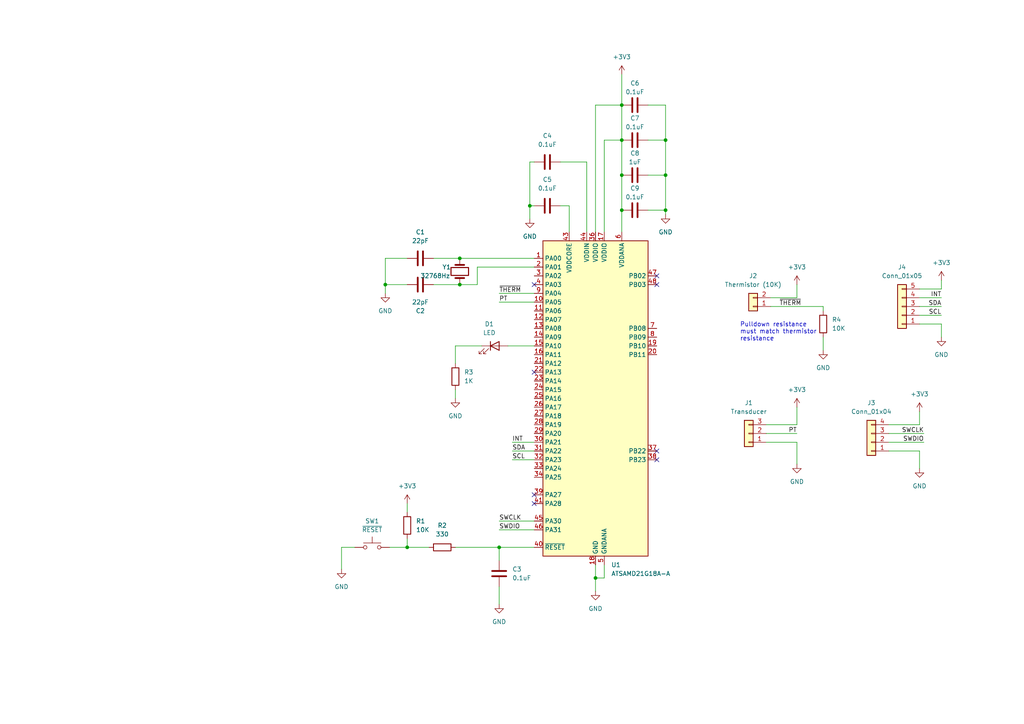
<source format=kicad_sch>
(kicad_sch (version 20211123) (generator eeschema)
  (paper "A4")
  (lib_symbols
    (symbol "Connector_Generic:Conn_01x02" (pin_names (offset 1.016) hide)
      (property "Reference" "J" (at 0 2.54 0))
      (property "Value" "Conn_01x02" (at 0 -5.08 0))
      (symbol "Conn_01x02_1_1"
        (rectangle (start -1.27 -2.413) (end 0 -2.667) (stroke (width 0.1524)))
        (rectangle (start -1.27 0.127) (end 0 -0.127) (stroke (width 0.1524)))
        (rectangle (start -1.27 1.27) (end 1.27 -3.81) (stroke (width 0.254)) (fill (type background)))
        (pin passive line (at -5.08 0 0) (length 3.81) (name "Pin_1") (number "1"))
        (pin passive line (at -5.08 -2.54 0) (length 3.81) (name "Pin_2") (number "2"))
      )
    )
    (symbol "Connector_Generic:Conn_01x03" (pin_names (offset 1.016) hide)
      (property "Reference" "J" (at 0 5.08 0))
      (property "Value" "Conn_01x03" (at 0 -5.08 0))
      (symbol "Conn_01x03_1_1"
        (rectangle (start -1.27 -2.413) (end 0 -2.667) (stroke (width 0.1524)))
        (rectangle (start -1.27 0.127) (end 0 -0.127) (stroke (width 0.1524)))
        (rectangle (start -1.27 2.667) (end 0 2.413) (stroke (width 0.1524)))
        (rectangle (start -1.27 3.81) (end 1.27 -3.81) (stroke (width 0.254)) (fill (type background)))
        (pin passive line (at -5.08 2.54 0) (length 3.81) (name "Pin_1") (number "1"))
        (pin passive line (at -5.08 0 0) (length 3.81) (name "Pin_2") (number "2"))
        (pin passive line (at -5.08 -2.54 0) (length 3.81) (name "Pin_3") (number "3"))
      )
    )
    (symbol "Connector_Generic:Conn_01x04" (pin_names (offset 1.016) hide)
      (property "Reference" "J" (at 0 5.08 0))
      (property "Value" "Conn_01x04" (at 0 -7.62 0))
      (symbol "Conn_01x04_1_1"
        (rectangle (start -1.27 -4.953) (end 0 -5.207) (stroke (width 0.1524)))
        (rectangle (start -1.27 -2.413) (end 0 -2.667) (stroke (width 0.1524)))
        (rectangle (start -1.27 0.127) (end 0 -0.127) (stroke (width 0.1524)))
        (rectangle (start -1.27 2.667) (end 0 2.413) (stroke (width 0.1524)))
        (rectangle (start -1.27 3.81) (end 1.27 -6.35) (stroke (width 0.254)) (fill (type background)))
        (pin passive line (at -5.08 2.54 0) (length 3.81) (name "Pin_1") (number "1"))
        (pin passive line (at -5.08 0 0) (length 3.81) (name "Pin_2") (number "2"))
        (pin passive line (at -5.08 -2.54 0) (length 3.81) (name "Pin_3") (number "3"))
        (pin passive line (at -5.08 -5.08 0) (length 3.81) (name "Pin_4") (number "4"))
      )
    )
    (symbol "Connector_Generic:Conn_01x05" (pin_names (offset 1.016) hide)
      (property "Reference" "J" (at 0 7.62 0))
      (property "Value" "Conn_01x05" (at 0 -7.62 0))
      (symbol "Conn_01x05_1_1"
        (rectangle (start -1.27 -4.953) (end 0 -5.207) (stroke (width 0.1524)))
        (rectangle (start -1.27 -2.413) (end 0 -2.667) (stroke (width 0.1524)))
        (rectangle (start -1.27 0.127) (end 0 -0.127) (stroke (width 0.1524)))
        (rectangle (start -1.27 2.667) (end 0 2.413) (stroke (width 0.1524)))
        (rectangle (start -1.27 5.207) (end 0 4.953) (stroke (width 0.1524)))
        (rectangle (start -1.27 6.35) (end 1.27 -6.35) (stroke (width 0.254)) (fill (type background)))
        (pin passive line (at -5.08 5.08 0) (length 3.81) (name "Pin_1") (number "1"))
        (pin passive line (at -5.08 2.54 0) (length 3.81) (name "Pin_2") (number "2"))
        (pin passive line (at -5.08 0 0) (length 3.81) (name "Pin_3") (number "3"))
        (pin passive line (at -5.08 -2.54 0) (length 3.81) (name "Pin_4") (number "4"))
        (pin passive line (at -5.08 -5.08 0) (length 3.81) (name "Pin_5") (number "5"))
      )
    )
    (symbol "Device:C" (pin_numbers hide) (pin_names (offset 0.254))
      (property "Reference" "C" (at 0.635 2.54 0))
      (property "Value" "C" (at 0.635 -2.54 0))
      (symbol "C_0_1"
        (polyline (pts (xy -2.032 -0.762) (xy 2.032 -0.762)) (stroke (width 0.508)))
        (polyline (pts (xy -2.032 0.762) (xy 2.032 0.762)) (stroke (width 0.508)))
      )
      (symbol "C_1_1"
        (pin passive line (at 0 3.81 270) (length 2.794) (name "~") (number "1"))
        (pin passive line (at 0 -3.81 90) (length 2.794) (name "~") (number "2"))
      )
    )
    (symbol "Device:Crystal" (pin_numbers hide) (pin_names (offset 1.016) hide)
      (property "Reference" "Y" (at 0 3.81 0))
      (property "Value" "Crystal" (at 0 -3.81 0))
      (symbol "Crystal_0_1"
        (rectangle (start -1.143 2.54) (end 1.143 -2.54) (stroke (width 0.3048)))
        (polyline (pts (xy -2.54 0) (xy -1.905 0)))
        (polyline (pts (xy -1.905 -1.27) (xy -1.905 1.27)) (stroke (width 0.508)))
        (polyline (pts (xy 1.905 -1.27) (xy 1.905 1.27)) (stroke (width 0.508)))
        (polyline (pts (xy 2.54 0) (xy 1.905 0)))
      )
      (symbol "Crystal_1_1"
        (pin passive line (at -3.81 0 0) (length 1.27) (name "1") (number "1"))
        (pin passive line (at 3.81 0 180) (length 1.27) (name "2") (number "2"))
      )
    )
    (symbol "Device:LED" (pin_numbers hide) (pin_names (offset 1.016) hide)
      (property "Reference" "D" (at 0 2.54 0))
      (property "Value" "LED" (at 0 -2.54 0))
      (symbol "LED_0_1"
        (polyline (pts (xy -1.27 -1.27) (xy -1.27 1.27)) (stroke (width 0.254)))
        (polyline (pts (xy -1.27 0) (xy 1.27 0)))
        (polyline (pts (xy 1.27 -1.27) (xy 1.27 1.27) (xy -1.27 0) (xy 1.27 -1.27)) (stroke (width 0.254)))
        (polyline (pts (xy -3.048 -0.762) (xy -4.572 -2.286) (xy -3.81 -2.286) (xy -4.572 -2.286) (xy -4.572 -1.524)))
        (polyline (pts (xy -1.778 -0.762) (xy -3.302 -2.286) (xy -2.54 -2.286) (xy -3.302 -2.286) (xy -3.302 -1.524)))
      )
      (symbol "LED_1_1"
        (pin passive line (at -3.81 0 0) (length 2.54) (name "K") (number "1"))
        (pin passive line (at 3.81 0 180) (length 2.54) (name "A") (number "2"))
      )
    )
    (symbol "Device:R" (pin_numbers hide) (pin_names (offset 0))
      (property "Reference" "R" (at 2.032 0 90))
      (property "Value" "R" (at 0 0 90))
      (symbol "R_0_1"
        (rectangle (start -1.016 -2.54) (end 1.016 2.54) (stroke (width 0.254)))
      )
      (symbol "R_1_1"
        (pin passive line (at 0 3.81 270) (length 1.27) (name "~") (number "1"))
        (pin passive line (at 0 -3.81 90) (length 1.27) (name "~") (number "2"))
      )
    )
    (symbol "MCU_Microchip_SAMD:ATSAMD21G18A-A"
      (property "Reference" "U1" (at 4.5594 -48.26 0))
      (property "Value" "ATSAMD21G18A-A" (at 4.5594 -50.8 0))
      (symbol "ATSAMD21G18A-A_0_1"
        (rectangle (start -15.24 45.72) (end 15.24 -45.72) (stroke (width 0.254)) (fill (type background)))
      )
      (symbol "ATSAMD21G18A-A_1_1"
        (pin bidirectional line (at -17.78 40.64 0) (length 2.54) (name "PA00") (number "1"))
        (pin bidirectional line (at -17.78 27.94 0) (length 2.54) (name "PA05") (number "10"))
        (pin bidirectional line (at -17.78 25.4 0) (length 2.54) (name "PA06") (number "11"))
        (pin bidirectional line (at -17.78 22.86 0) (length 2.54) (name "PA07") (number "12"))
        (pin bidirectional line (at -17.78 20.32 0) (length 2.54) (name "PA08") (number "13"))
        (pin bidirectional line (at -17.78 17.78 0) (length 2.54) (name "PA09") (number "14"))
        (pin bidirectional line (at -17.78 15.24 0) (length 2.54) (name "PA10") (number "15"))
        (pin bidirectional line (at -17.78 12.7 0) (length 2.54) (name "PA11") (number "16"))
        (pin unspecified line (at 2.54 48.26 270) (length 2.54) (name "VDDIO") (number "17"))
        (pin unspecified line (at 0 -48.26 90) (length 2.54) (name "GND") (number "18"))
        (pin bidirectional line (at 17.78 15.24 180) (length 2.54) (name "PB10") (number "19"))
        (pin bidirectional line (at -17.78 38.1 0) (length 2.54) (name "PA01") (number "2"))
        (pin bidirectional line (at 17.78 12.7 180) (length 2.54) (name "PB11") (number "20"))
        (pin bidirectional line (at -17.78 10.16 0) (length 2.54) (name "PA12") (number "21"))
        (pin bidirectional line (at -17.78 7.62 0) (length 2.54) (name "PA13") (number "22"))
        (pin bidirectional line (at -17.78 5.08 0) (length 2.54) (name "PA14") (number "23"))
        (pin bidirectional line (at -17.78 2.54 0) (length 2.54) (name "PA15") (number "24"))
        (pin bidirectional line (at -17.78 0 0) (length 2.54) (name "PA16") (number "25"))
        (pin bidirectional line (at -17.78 -2.54 0) (length 2.54) (name "PA17") (number "26"))
        (pin bidirectional line (at -17.78 -5.08 0) (length 2.54) (name "PA18") (number "27"))
        (pin bidirectional line (at -17.78 -7.62 0) (length 2.54) (name "PA19") (number "28"))
        (pin bidirectional line (at -17.78 -10.16 0) (length 2.54) (name "PA20") (number "29"))
        (pin bidirectional line (at -17.78 35.56 0) (length 2.54) (name "PA02") (number "3"))
        (pin bidirectional line (at -17.78 -12.7 0) (length 2.54) (name "PA21") (number "30"))
        (pin bidirectional line (at -17.78 -15.24 0) (length 2.54) (name "PA22") (number "31"))
        (pin bidirectional line (at -17.78 -17.78 0) (length 2.54) (name "PA23") (number "32"))
        (pin bidirectional line (at -17.78 -20.32 0) (length 2.54) (name "PA24") (number "33"))
        (pin bidirectional line (at -17.78 -22.86 0) (length 2.54) (name "PA25") (number "34"))
        (pin passive line (at 0 -48.26 90) (length 2.54) hide (name "GND") (number "35"))
        (pin unspecified line (at 0 48.26 270) (length 2.54) (name "VDDIO") (number "36"))
        (pin bidirectional line (at 17.78 -15.24 180) (length 2.54) (name "PB22") (number "37"))
        (pin bidirectional line (at 17.78 -17.78 180) (length 2.54) (name "PB23") (number "38"))
        (pin bidirectional line (at -17.78 -27.94 0) (length 2.54) (name "PA27") (number "39"))
        (pin bidirectional line (at -17.78 33.02 0) (length 2.54) (name "PA03") (number "4"))
        (pin input line (at -17.78 -43.18 0) (length 2.54) (name "~{RESET}") (number "40"))
        (pin bidirectional line (at -17.78 -30.48 0) (length 2.54) (name "PA28") (number "41"))
        (pin passive line (at 0 -48.26 90) (length 2.54) hide (name "GND") (number "42"))
        (pin power_out line (at -7.62 48.26 270) (length 2.54) (name "VDDCORE") (number "43"))
        (pin unspecified line (at -2.54 48.26 270) (length 2.54) (name "VDDIN") (number "44"))
        (pin bidirectional line (at -17.78 -35.56 0) (length 2.54) (name "PA30") (number "45"))
        (pin bidirectional line (at -17.78 -38.1 0) (length 2.54) (name "PA31") (number "46"))
        (pin bidirectional line (at 17.78 35.56 180) (length 2.54) (name "PB02") (number "47"))
        (pin bidirectional line (at 17.78 33.02 180) (length 2.54) (name "PB03") (number "48"))
        (pin unspecified line (at 2.54 -48.26 90) (length 2.54) (name "GNDANA") (number "5"))
        (pin unspecified line (at 7.62 48.26 270) (length 2.54) (name "VDDANA") (number "6"))
        (pin bidirectional line (at 17.78 20.32 180) (length 2.54) (name "PB08") (number "7"))
        (pin bidirectional line (at 17.78 17.78 180) (length 2.54) (name "PB09") (number "8"))
        (pin bidirectional line (at -17.78 30.48 0) (length 2.54) (name "PA04") (number "9"))
      )
    )
    (symbol "Switch:SW_Push" (pin_numbers hide) (pin_names (offset 1.016) hide)
      (property "Reference" "SW1" (at 0 7.62 0))
      (property "Value" "~{RESET}" (at 0 5.08 0))
      (symbol "SW_Push_0_1"
        (circle (center -2.032 0) (radius 0.508))
        (polyline (pts (xy 0 1.27) (xy 0 3.048)))
        (polyline (pts (xy 2.54 1.27) (xy -2.54 1.27)))
        (circle (center 2.032 0) (radius 0.508))
        (pin passive line (at -5.08 0 0) (length 2.54) (name "1") (number "1"))
        (pin passive line (at 5.08 0 180) (length 2.54) (name "3") (number "3"))
        (pin passive line (at 5.08 0 180) (length 2.54) (name "4") (number "4"))
      )
      (symbol "SW_Push_1_1"
        (pin passive line (at -5.08 0 0) (length 2.54) (name "2") (number "2"))
      )
    )
    (symbol "power:+3.3V" (power) (pin_names (offset 0))
      (property "Value" "+3.3V" (at 0 3.556 0))
      (symbol "+3.3V_0_1"
        (polyline (pts (xy -0.762 1.27) (xy 0 2.54)))
        (polyline (pts (xy 0 0) (xy 0 2.54)))
        (polyline (pts (xy 0 2.54) (xy 0.762 1.27)))
      )
      (symbol "+3.3V_1_1"
        (pin power_in line (at 0 0 90) (length 0) hide (name "+3V3") (number "1"))
      )
    )
    (symbol "power:GND" (power) (pin_names (offset 0))
      (property "Value" "GND" (at 0 -3.81 0))
      (symbol "GND_0_1"
        (polyline (pts (xy 0 0) (xy 0 -1.27) (xy 1.27 -1.27) (xy 0 -2.54) (xy -1.27 -1.27) (xy 0 -1.27)))
      )
      (symbol "GND_1_1"
        (pin power_in line (at 0 0 270) (length 0) hide (name "GND") (number "1"))
      )
    )
  )
  (junction (at 118.11 158.75))
  (junction (at 193.04 40.64))
  (junction (at 111.76 82.55))
  (junction (at 180.34 30.48))
  (junction (at 180.34 60.96))
  (junction (at 180.34 50.8))
  (junction (at 180.34 40.64))
  (junction (at 193.04 60.96))
  (junction (at 193.04 50.8))
  (junction (at 144.78 158.75))
  (junction (at 172.72 167.64))
  (junction (at 133.35 82.55))
  (junction (at 153.67 59.69))
  (junction (at 133.35 74.93))
  (no_connect (at 154.94 107.95))
  (no_connect (at 190.5 80.01))
  (no_connect (at 154.94 82.55))
  (no_connect (at 190.5 82.55))
  (no_connect (at 154.94 146.05))
  (no_connect (at 190.5 130.81))
  (no_connect (at 154.94 143.51))
  (no_connect (at 190.5 133.35))
  (wire (pts (xy 238.76 97.79) (xy 238.76 101.6)))
  (wire (pts (xy 118.11 74.93) (xy 111.76 74.93)))
  (wire (pts (xy 111.76 82.55) (xy 118.11 82.55)))
  (wire (pts (xy 266.7 93.98) (xy 273.05 93.98)))
  (wire (pts (xy 133.35 82.55) (xy 125.73 82.55)))
  (wire (pts (xy 231.14 82.55) (xy 231.14 86.36)))
  (wire (pts (xy 175.26 163.83) (xy 175.26 167.64)))
  (wire (pts (xy 257.81 128.27) (xy 267.97 128.27)))
  (wire (pts (xy 118.11 156.21) (xy 118.11 158.75)))
  (wire (pts (xy 180.34 40.64) (xy 175.26 40.64)))
  (wire (pts (xy 231.14 128.27) (xy 222.25 128.27)))
  (wire (pts (xy 180.34 50.8) (xy 180.34 60.96)))
  (wire (pts (xy 153.67 46.99) (xy 153.67 59.69)))
  (wire (pts (xy 238.76 90.17) (xy 238.76 88.9)))
  (wire (pts (xy 132.08 105.41) (xy 132.08 100.33)))
  (wire (pts (xy 180.34 30.48) (xy 180.34 40.64)))
  (wire (pts (xy 170.18 46.99) (xy 162.56 46.99)))
  (wire (pts (xy 172.72 67.31) (xy 172.72 30.48)))
  (wire (pts (xy 132.08 113.03) (xy 132.08 115.57)))
  (wire (pts (xy 144.78 85.09) (xy 154.94 85.09)))
  (wire (pts (xy 266.7 123.19) (xy 257.81 123.19)))
  (wire (pts (xy 144.78 151.13) (xy 154.94 151.13)))
  (wire (pts (xy 172.72 30.48) (xy 180.34 30.48)))
  (wire (pts (xy 273.05 81.28) (xy 273.05 83.82)))
  (wire (pts (xy 231.14 86.36) (xy 223.52 86.36)))
  (wire (pts (xy 273.05 93.98) (xy 273.05 97.79)))
  (wire (pts (xy 257.81 125.73) (xy 267.97 125.73)))
  (wire (pts (xy 154.94 59.69) (xy 153.67 59.69)))
  (wire (pts (xy 162.56 59.69) (xy 165.1 59.69)))
  (wire (pts (xy 113.03 158.75) (xy 118.11 158.75)))
  (wire (pts (xy 193.04 40.64) (xy 193.04 50.8)))
  (wire (pts (xy 180.34 60.96) (xy 180.34 67.31)))
  (wire (pts (xy 187.96 40.64) (xy 193.04 40.64)))
  (wire (pts (xy 231.14 118.11) (xy 231.14 123.19)))
  (wire (pts (xy 99.06 165.1) (xy 99.06 158.75)))
  (wire (pts (xy 111.76 82.55) (xy 111.76 85.09)))
  (wire (pts (xy 147.32 100.33) (xy 154.94 100.33)))
  (wire (pts (xy 144.78 158.75) (xy 154.94 158.75)))
  (wire (pts (xy 223.52 88.9) (xy 238.76 88.9)))
  (wire (pts (xy 144.78 170.18) (xy 144.78 175.26)))
  (wire (pts (xy 257.81 130.81) (xy 266.7 130.81)))
  (wire (pts (xy 148.59 130.81) (xy 154.94 130.81)))
  (wire (pts (xy 165.1 59.69) (xy 165.1 67.31)))
  (wire (pts (xy 187.96 30.48) (xy 193.04 30.48)))
  (wire (pts (xy 111.76 74.93) (xy 111.76 82.55)))
  (wire (pts (xy 172.72 167.64) (xy 172.72 171.45)))
  (wire (pts (xy 138.43 82.55) (xy 133.35 82.55)))
  (wire (pts (xy 175.26 167.64) (xy 172.72 167.64)))
  (wire (pts (xy 193.04 60.96) (xy 193.04 62.23)))
  (wire (pts (xy 133.35 74.93) (xy 154.94 74.93)))
  (wire (pts (xy 266.7 91.44) (xy 273.05 91.44)))
  (wire (pts (xy 266.7 86.36) (xy 273.05 86.36)))
  (wire (pts (xy 138.43 77.47) (xy 138.43 82.55)))
  (wire (pts (xy 144.78 158.75) (xy 144.78 162.56)))
  (wire (pts (xy 187.96 50.8) (xy 193.04 50.8)))
  (wire (pts (xy 273.05 83.82) (xy 266.7 83.82)))
  (wire (pts (xy 266.7 88.9) (xy 273.05 88.9)))
  (wire (pts (xy 193.04 50.8) (xy 193.04 60.96)))
  (wire (pts (xy 154.94 46.99) (xy 153.67 46.99)))
  (wire (pts (xy 132.08 100.33) (xy 139.7 100.33)))
  (wire (pts (xy 132.08 158.75) (xy 144.78 158.75)))
  (wire (pts (xy 170.18 67.31) (xy 170.18 46.99)))
  (wire (pts (xy 266.7 119.38) (xy 266.7 123.19)))
  (wire (pts (xy 175.26 40.64) (xy 175.26 67.31)))
  (wire (pts (xy 144.78 87.63) (xy 154.94 87.63)))
  (wire (pts (xy 118.11 146.05) (xy 118.11 148.59)))
  (wire (pts (xy 180.34 21.59) (xy 180.34 30.48)))
  (wire (pts (xy 231.14 134.62) (xy 231.14 128.27)))
  (wire (pts (xy 172.72 163.83) (xy 172.72 167.64)))
  (wire (pts (xy 118.11 158.75) (xy 124.46 158.75)))
  (wire (pts (xy 222.25 125.73) (xy 231.14 125.73)))
  (wire (pts (xy 187.96 60.96) (xy 193.04 60.96)))
  (wire (pts (xy 144.78 153.67) (xy 154.94 153.67)))
  (wire (pts (xy 154.94 77.47) (xy 138.43 77.47)))
  (wire (pts (xy 193.04 30.48) (xy 193.04 40.64)))
  (wire (pts (xy 231.14 123.19) (xy 222.25 123.19)))
  (wire (pts (xy 148.59 128.27) (xy 154.94 128.27)))
  (wire (pts (xy 148.59 133.35) (xy 154.94 133.35)))
  (wire (pts (xy 266.7 130.81) (xy 266.7 135.89)))
  (wire (pts (xy 125.73 74.93) (xy 133.35 74.93)))
  (wire (pts (xy 153.67 59.69) (xy 153.67 63.5)))
  (wire (pts (xy 99.06 158.75) (xy 102.87 158.75)))
  (wire (pts (xy 180.34 40.64) (xy 180.34 50.8)))
  (text "Pulldown resistance\nmust match thermistor\nresistance" (at 214.63 99.06 0) (effects (font (size 1.27 1.27)) (justify left bottom)))
  (label "~{THERM}" (at 144.78 85.09 0))
  (label "SCL" (at 273.05 91.44 180))
  (label "SDA" (at 273.05 88.9 180))
  (label "PT" (at 231.14 125.73 180))
  (label "SWDIO" (at 144.78 153.67 0))
  (label "PT" (at 144.78 87.63 0))
  (label "SDA" (at 148.59 130.81 0))
  (label "~{THERM}" (at 232.41 88.9 180))
  (label "SWDIO" (at 267.97 128.27 180))
  (label "SWCLK" (at 144.78 151.13 0))
  (label "INT" (at 273.05 86.36 180))
  (label "INT" (at 148.59 128.27 0))
  (label "SWCLK" (at 267.97 125.73 180))
  (label "SCL" (at 148.59 133.35 0))
  (symbol (lib_id "Connector_Generic:Conn_01x04") (at 252.73 128.27 180) (unit 1)
    (property "Reference" "J3" (at 252.73 116.84 0))
    (property "Value" "Conn_01x04" (at 252.73 119.38 0))
    (property "Footprint" "Connector_PinHeader_2.54mm:PinHeader_1x04_P2.54mm_Vertical" (effects hide))
  )
  (symbol (lib_id "Device:R") (at 118.11 152.4 0) (unit 1)
    (property "Reference" "R1" (at 120.65 151.1299 0) (effects (justify left)))
    (property "Value" "10K" (at 120.65 153.6699 0) (effects (justify left)))
    (property "Footprint" "Resistor_SMD:R_0603_1608Metric" (effects hide))
  )
  (symbol (lib_id "Device:R") (at 238.76 93.98 0) (unit 1)
    (property "Reference" "R4" (at 241.3 92.7099 0) (effects (justify left)))
    (property "Value" "10K" (at 241.3 95.2499 0) (effects (justify left)))
    (property "Footprint" "Resistor_SMD:R_0603_1608Metric" (effects hide))
  )
  (symbol (lib_id "Device:R") (at 132.08 109.22 0) (unit 1)
    (property "Reference" "R3" (at 134.62 107.9499 0) (effects (justify left)))
    (property "Value" "1K" (at 134.62 110.4899 0) (effects (justify left)))
    (property "Footprint" "Resistor_SMD:R_0603_1608Metric" (effects hide))
  )
  (symbol (lib_id "power:+3.3V") (at 266.7 119.38 0) (unit 1)
    (property "Reference" "#PWR0114" (effects hide))
    (property "Value" "+3.3V" (at 266.7 114.3 0))
  )
  (symbol (lib_id "power:GND") (at 99.06 165.1 0) (unit 1)
    (property "Reference" "#PWR0108" (effects hide))
    (property "Value" "GND" (at 99.06 170.18 0))
  )
  (symbol (lib_id "Device:C") (at 158.75 46.99 90) (unit 1)
    (property "Reference" "C4" (at 158.75 39.37 90))
    (property "Value" "0.1uF" (at 158.75 41.91 90))
    (property "Footprint" "Capacitor_SMD:C_0603_1608Metric" (effects hide))
  )
  (symbol (lib_id "power:+3.3V") (at 118.11 146.05 0) (unit 1)
    (property "Reference" "#PWR0107" (effects hide))
    (property "Value" "+3.3V" (at 118.11 140.97 0))
  )
  (symbol (lib_id "Connector_Generic:Conn_01x02") (at 218.44 88.9 180) (unit 1)
    (property "Reference" "J2" (at 218.44 80.01 0))
    (property "Value" "Thermistor (10K)" (at 218.44 82.55 0))
    (property "Footprint" "Connector_PinHeader_2.54mm:PinHeader_1x02_P2.54mm_Vertical" (effects hide))
  )
  (symbol (lib_id "power:GND") (at 273.05 97.79 0) (unit 1)
    (property "Reference" "#PWR0116" (effects hide))
    (property "Value" "GND" (at 273.05 102.87 0))
  )
  (symbol (lib_id "power:+3.3V") (at 231.14 118.11 0) (unit 1)
    (property "Reference" "#PWR0112" (effects hide))
    (property "Value" "+3.3V" (at 231.14 113.03 0))
  )
  (symbol (lib_id "Device:C") (at 184.15 30.48 90) (unit 1)
    (property "Reference" "C6" (at 184.15 24.13 90))
    (property "Value" "0.1uF" (at 184.15 26.67 90))
    (property "Footprint" "Capacitor_SMD:C_0603_1608Metric" (effects hide))
  )
  (symbol (lib_id "Connector_Generic:Conn_01x05") (at 261.62 88.9 180) (unit 1)
    (property "Reference" "J4" (at 261.62 77.47 0))
    (property "Value" "Conn_01x05" (at 261.62 80.01 0))
    (property "Footprint" "Connector_PinHeader_2.54mm:PinHeader_1x05_P2.54mm_Vertical" (effects hide))
  )
  (symbol (lib_id "Device:C") (at 121.92 82.55 90) (unit 1)
    (property "Reference" "C2" (at 121.92 90.17 90))
    (property "Value" "22pF" (at 121.92 87.63 90))
    (property "Footprint" "Capacitor_SMD:C_0603_1608Metric" (effects hide))
  )
  (symbol (lib_id "Device:Crystal") (at 133.35 78.74 90) (mirror x) (unit 1)
    (property "Reference" "Y1" (at 128.27 77.47 90) (effects (justify right)))
    (property "Value" "32768Hz" (at 121.92 80.01 90) (effects (justify right)))
    (property "Footprint" "Crystal:XTAL_ABS07-32.768KHZ-T" (effects hide))
  )
  (symbol (lib_id "power:GND") (at 132.08 115.57 0) (unit 1)
    (property "Reference" "#PWR0109" (effects hide))
    (property "Value" "GND" (at 132.08 120.65 0))
  )
  (symbol (lib_id "power:GND") (at 266.7 135.89 0) (unit 1)
    (property "Reference" "#PWR0115" (effects hide))
    (property "Value" "GND" (at 266.7 140.97 0))
  )
  (symbol (lib_id "MCU_Microchip_SAMD:ATSAMD21G18A-A") (at 172.72 115.57 0) (unit 1)
    (property "Reference" "U1" (at 177.2794 163.83 0) (effects (justify left)))
    (property "Value" "ATSAMD21G18A-A" (at 177.2794 166.37 0) (effects (justify left)))
    (property "Footprint" "Package_QFP:TQFP-48_7x7mm_P0.5mm" (effects hide))
    (property "Datasheet" "http://ww1.microchip.com/downloads/en/DeviceDoc/SAM_D21_DA1_Family_Data%20Sheet_DS40001882E.pdf" (effects hide))
  )
  (symbol (lib_id "power:GND") (at 193.04 62.23 0) (unit 1)
    (property "Reference" "#PWR0101" (effects hide))
    (property "Value" "GND" (at 193.04 67.31 0))
  )
  (symbol (lib_id "Device:C") (at 184.15 40.64 90) (unit 1)
    (property "Reference" "C7" (at 184.15 34.29 90))
    (property "Value" "0.1uF" (at 184.15 36.83 90))
    (property "Footprint" "Capacitor_SMD:C_0603_1608Metric" (effects hide))
  )
  (symbol (lib_id "Device:C") (at 144.78 166.37 0) (unit 1)
    (property "Reference" "C3" (at 148.59 165.0999 0) (effects (justify left)))
    (property "Value" "0.1uF" (at 148.59 167.6399 0) (effects (justify left)))
    (property "Footprint" "Capacitor_SMD:C_0603_1608Metric" (effects hide))
  )
  (symbol (lib_id "power:GND") (at 144.78 175.26 0) (unit 1)
    (property "Reference" "#PWR0105" (effects hide))
    (property "Value" "GND" (at 144.78 180.34 0))
  )
  (symbol (lib_id "power:+3.3V") (at 273.05 81.28 0) (unit 1)
    (property "Reference" "#PWR0117" (effects hide))
    (property "Value" "+3.3V" (at 273.05 76.2 0))
  )
  (symbol (lib_id "Device:C") (at 184.15 60.96 90) (unit 1)
    (property "Reference" "C9" (at 184.15 54.61 90))
    (property "Value" "0.1uF" (at 184.15 57.15 90))
    (property "Footprint" "Capacitor_SMD:C_0603_1608Metric" (effects hide))
  )
  (symbol (lib_id "Device:C") (at 158.75 59.69 90) (unit 1)
    (property "Reference" "C5" (at 158.75 52.07 90))
    (property "Value" "0.1uF" (at 158.75 54.61 90))
    (property "Footprint" "Capacitor_SMD:C_0603_1608Metric" (effects hide))
  )
  (symbol (lib_id "Switch:SW_Push") (at 107.95 158.75 0) (unit 1)
    (property "Reference" "SW1" (at 107.95 151.13 0))
    (property "Value" "~{RESET}" (at 107.95 153.67 0))
    (property "Footprint" "Button_Switch_SMD:PTS810SJG250SMTRLFS" (effects hide))
  )
  (symbol (lib_id "power:GND") (at 231.14 134.62 0) (unit 1)
    (property "Reference" "#PWR0113" (effects hide))
    (property "Value" "GND" (at 231.14 139.7 0))
  )
  (symbol (lib_id "power:GND") (at 238.76 101.6 0) (unit 1)
    (property "Reference" "#PWR0102" (effects hide))
    (property "Value" "GND" (at 238.76 106.68 0))
  )
  (symbol (lib_id "Device:LED") (at 143.51 100.33 0) (unit 1)
    (property "Reference" "D1" (at 141.9225 93.98 0))
    (property "Value" "LED" (at 141.9225 96.52 0))
    (property "Footprint" "LED_SMD:LED_0603_1608Metric" (effects hide))
  )
  (symbol (lib_id "Device:R") (at 128.27 158.75 90) (unit 1)
    (property "Reference" "R2" (at 128.27 152.4 90))
    (property "Value" "330" (at 128.27 154.94 90))
    (property "Footprint" "Resistor_SMD:R_0603_1608Metric" (effects hide))
  )
  (symbol (lib_id "power:GND") (at 153.67 63.5 0) (unit 1)
    (property "Reference" "#PWR0111" (effects hide))
    (property "Value" "GND" (at 153.67 68.58 0))
  )
  (symbol (lib_id "power:+3.3V") (at 180.34 21.59 0) (unit 1)
    (property "Reference" "#PWR0104" (effects hide))
    (property "Value" "+3.3V" (at 180.34 16.51 0))
  )
  (symbol (lib_id "Connector_Generic:Conn_01x03") (at 217.17 125.73 180) (unit 1)
    (property "Reference" "J1" (at 217.17 116.84 0))
    (property "Value" "Transducer" (at 217.17 119.38 0))
    (property "Footprint" "Connector_PinHeader_2.54mm:PinHeader_1x03_P2.54mm_Vertical" (effects hide))
  )
  (symbol (lib_id "Device:C") (at 184.15 50.8 90) (unit 1)
    (property "Reference" "C8" (at 184.15 44.45 90))
    (property "Value" "1uF" (at 184.15 46.99 90))
    (property "Footprint" "Capacitor_SMD:C_0603_1608Metric" (effects hide))
  )
  (symbol (lib_id "Device:C") (at 121.92 74.93 90) (unit 1)
    (property "Reference" "C1" (at 121.92 67.31 90))
    (property "Value" "22pF" (at 121.92 69.85 90))
    (property "Footprint" "Capacitor_SMD:C_0603_1608Metric" (effects hide))
  )
  (symbol (lib_id "power:+3.3V") (at 231.14 82.55 0) (unit 1)
    (property "Reference" "#PWR0103" (effects hide))
    (property "Value" "+3.3V" (at 231.14 77.47 0))
  )
  (symbol (lib_id "power:GND") (at 172.72 171.45 0) (unit 1)
    (property "Reference" "#PWR0106" (effects hide))
    (property "Value" "GND" (at 172.72 176.53 0))
  )
  (symbol (lib_id "power:GND") (at 111.76 85.09 0) (unit 1)
    (property "Reference" "#PWR0110" (effects hide))
    (property "Value" "GND" (at 111.76 90.17 0))
  )
)
</source>
